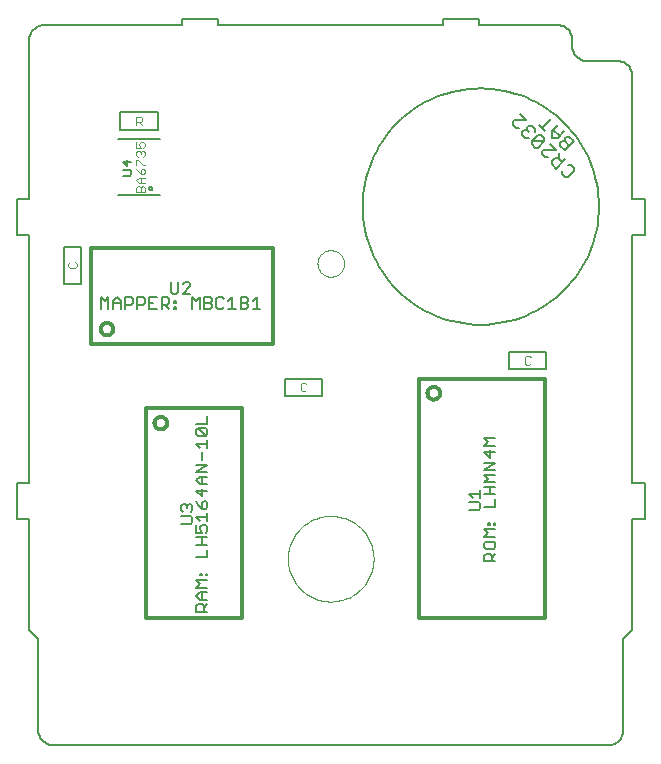
<source format=gto>
G75*
G70*
%OFA0B0*%
%FSLAX24Y24*%
%IPPOS*%
%LPD*%
%AMOC8*
5,1,8,0,0,1.08239X$1,22.5*
%
%ADD10C,0.0070*%
%ADD11C,0.0050*%
%ADD12C,0.0040*%
%ADD13C,0.0000*%
%ADD14C,0.0120*%
%ADD15C,0.0060*%
%ADD16C,0.0080*%
D10*
X017767Y020520D02*
X017869Y020520D01*
X017767Y020520D02*
X017666Y020621D01*
X017666Y020722D01*
X017717Y020773D01*
X018122Y020773D01*
X017919Y020976D01*
X017746Y021048D02*
X017746Y021149D01*
X017645Y021251D01*
X017543Y021251D01*
X017340Y021048D01*
X017746Y021048D01*
X017543Y020845D01*
X017442Y020845D01*
X017340Y020947D01*
X017340Y021048D01*
X017218Y021171D02*
X017116Y021171D01*
X017015Y021272D01*
X017015Y021374D01*
X017066Y021424D01*
X017167Y021424D01*
X017167Y021526D01*
X017218Y021576D01*
X017319Y021576D01*
X017421Y021475D01*
X017421Y021374D01*
X017218Y021374D02*
X017167Y021424D01*
X016892Y021496D02*
X016791Y021496D01*
X016689Y021598D01*
X016689Y021699D01*
X016740Y021750D01*
X017146Y021750D01*
X016943Y021953D01*
X017570Y021604D02*
X017773Y021401D01*
X017672Y021502D02*
X017976Y021806D01*
X018200Y021582D02*
X017997Y021380D01*
X017997Y021177D01*
X018200Y021177D01*
X018403Y021380D01*
X018475Y021206D02*
X018577Y021206D01*
X018729Y021054D01*
X018424Y020750D01*
X018272Y020902D01*
X018272Y021003D01*
X018323Y021054D01*
X018424Y021054D01*
X018577Y020902D01*
X018424Y021054D02*
X018424Y021155D01*
X018475Y021206D01*
X018251Y021227D02*
X018048Y021430D01*
X018245Y020651D02*
X018245Y020448D01*
X018194Y020498D02*
X018346Y020346D01*
X018448Y020448D02*
X018144Y020143D01*
X017991Y020295D01*
X017991Y020397D01*
X018093Y020498D01*
X018194Y020498D01*
X018520Y020274D02*
X018621Y020274D01*
X018723Y020173D01*
X018723Y020071D01*
X018520Y019868D01*
X018418Y019868D01*
X018317Y019970D01*
X018317Y020071D01*
D11*
X000875Y004477D02*
X000875Y001427D01*
X000877Y001383D01*
X000883Y001340D01*
X000892Y001298D01*
X000905Y001256D01*
X000922Y001216D01*
X000942Y001177D01*
X000965Y001140D01*
X000992Y001106D01*
X001021Y001073D01*
X001054Y001044D01*
X001088Y001017D01*
X001125Y000994D01*
X001164Y000974D01*
X001204Y000957D01*
X001246Y000944D01*
X001288Y000935D01*
X001331Y000929D01*
X001375Y000927D01*
X019875Y000927D01*
X019919Y000929D01*
X019962Y000935D01*
X020004Y000944D01*
X020046Y000957D01*
X020086Y000974D01*
X020125Y000994D01*
X020162Y001017D01*
X020196Y001044D01*
X020229Y001073D01*
X020258Y001106D01*
X020285Y001140D01*
X020308Y001177D01*
X020328Y001216D01*
X020345Y001256D01*
X020358Y001298D01*
X020367Y001340D01*
X020373Y001383D01*
X020375Y001427D01*
X020375Y004477D01*
X020675Y004777D01*
X020675Y008477D01*
X021100Y008477D01*
X021100Y009677D01*
X020675Y009677D01*
X020675Y017927D01*
X021100Y017927D01*
X021100Y019127D01*
X020675Y019127D01*
X020675Y023227D01*
X020673Y023271D01*
X020667Y023314D01*
X020658Y023356D01*
X020645Y023398D01*
X020628Y023438D01*
X020608Y023477D01*
X020585Y023514D01*
X020558Y023548D01*
X020529Y023581D01*
X020496Y023610D01*
X020462Y023637D01*
X020425Y023660D01*
X020386Y023680D01*
X020346Y023697D01*
X020304Y023710D01*
X020262Y023719D01*
X020219Y023725D01*
X020175Y023727D01*
X019175Y023727D01*
X019131Y023729D01*
X019088Y023735D01*
X019046Y023744D01*
X019004Y023757D01*
X018964Y023774D01*
X018925Y023794D01*
X018888Y023817D01*
X018854Y023844D01*
X018821Y023873D01*
X018792Y023906D01*
X018765Y023940D01*
X018742Y023977D01*
X018722Y024016D01*
X018705Y024056D01*
X018692Y024098D01*
X018683Y024140D01*
X018677Y024183D01*
X018675Y024227D01*
X018675Y024427D01*
X018673Y024471D01*
X018667Y024514D01*
X018658Y024556D01*
X018645Y024598D01*
X018628Y024638D01*
X018608Y024677D01*
X018585Y024714D01*
X018558Y024748D01*
X018529Y024781D01*
X018496Y024810D01*
X018462Y024837D01*
X018425Y024860D01*
X018386Y024880D01*
X018346Y024897D01*
X018304Y024910D01*
X018262Y024919D01*
X018219Y024925D01*
X018175Y024927D01*
X015575Y024927D01*
X015575Y025127D01*
X014375Y025127D01*
X014375Y024927D01*
X006875Y024927D01*
X006875Y025127D01*
X005675Y025127D01*
X005675Y024927D01*
X001075Y024927D01*
X001031Y024925D01*
X000988Y024919D01*
X000946Y024910D01*
X000904Y024897D01*
X000864Y024880D01*
X000825Y024860D01*
X000788Y024837D01*
X000754Y024810D01*
X000721Y024781D01*
X000692Y024748D01*
X000665Y024714D01*
X000642Y024677D01*
X000622Y024638D01*
X000605Y024598D01*
X000592Y024556D01*
X000583Y024514D01*
X000577Y024471D01*
X000575Y024427D01*
X000575Y019127D01*
X000150Y019127D01*
X000150Y017927D01*
X000575Y017927D01*
X000575Y009677D01*
X000150Y009677D01*
X000150Y008477D01*
X000575Y008477D01*
X000575Y004777D01*
X000875Y004477D01*
X003690Y019909D02*
X003932Y019909D01*
X003980Y019958D01*
X003980Y020054D01*
X003932Y020103D01*
X003690Y020103D01*
X003835Y020222D02*
X003690Y020368D01*
X003980Y020368D01*
X003835Y020416D02*
X003835Y020222D01*
X011688Y018877D02*
X011693Y019070D01*
X011707Y019263D01*
X011731Y019455D01*
X011764Y019645D01*
X011806Y019834D01*
X011858Y020020D01*
X011918Y020203D01*
X011988Y020384D01*
X012066Y020560D01*
X012153Y020733D01*
X012248Y020901D01*
X012352Y021064D01*
X012463Y021222D01*
X012582Y021375D01*
X012708Y021521D01*
X012841Y021661D01*
X012981Y021794D01*
X013127Y021920D01*
X013280Y022039D01*
X013438Y022150D01*
X013601Y022254D01*
X013769Y022349D01*
X013942Y022436D01*
X014118Y022514D01*
X014299Y022584D01*
X014482Y022644D01*
X014668Y022696D01*
X014857Y022738D01*
X015047Y022771D01*
X015239Y022795D01*
X015432Y022809D01*
X015625Y022814D01*
X015818Y022809D01*
X016011Y022795D01*
X016203Y022771D01*
X016393Y022738D01*
X016582Y022696D01*
X016768Y022644D01*
X016951Y022584D01*
X017132Y022514D01*
X017308Y022436D01*
X017481Y022349D01*
X017649Y022254D01*
X017812Y022150D01*
X017970Y022039D01*
X018123Y021920D01*
X018269Y021794D01*
X018409Y021661D01*
X018542Y021521D01*
X018668Y021375D01*
X018787Y021222D01*
X018898Y021064D01*
X019002Y020901D01*
X019097Y020733D01*
X019184Y020560D01*
X019262Y020384D01*
X019332Y020203D01*
X019392Y020020D01*
X019444Y019834D01*
X019486Y019645D01*
X019519Y019455D01*
X019543Y019263D01*
X019557Y019070D01*
X019562Y018877D01*
X019557Y018684D01*
X019543Y018491D01*
X019519Y018299D01*
X019486Y018109D01*
X019444Y017920D01*
X019392Y017734D01*
X019332Y017551D01*
X019262Y017370D01*
X019184Y017194D01*
X019097Y017021D01*
X019002Y016853D01*
X018898Y016690D01*
X018787Y016532D01*
X018668Y016379D01*
X018542Y016233D01*
X018409Y016093D01*
X018269Y015960D01*
X018123Y015834D01*
X017970Y015715D01*
X017812Y015604D01*
X017649Y015500D01*
X017481Y015405D01*
X017308Y015318D01*
X017132Y015240D01*
X016951Y015170D01*
X016768Y015110D01*
X016582Y015058D01*
X016393Y015016D01*
X016203Y014983D01*
X016011Y014959D01*
X015818Y014945D01*
X015625Y014940D01*
X015432Y014945D01*
X015239Y014959D01*
X015047Y014983D01*
X014857Y015016D01*
X014668Y015058D01*
X014482Y015110D01*
X014299Y015170D01*
X014118Y015240D01*
X013942Y015318D01*
X013769Y015405D01*
X013601Y015500D01*
X013438Y015604D01*
X013280Y015715D01*
X013127Y015834D01*
X012981Y015960D01*
X012841Y016093D01*
X012708Y016233D01*
X012582Y016379D01*
X012463Y016532D01*
X012352Y016690D01*
X012248Y016853D01*
X012153Y017021D01*
X012066Y017194D01*
X011988Y017370D01*
X011918Y017551D01*
X011858Y017734D01*
X011806Y017920D01*
X011764Y018109D01*
X011731Y018299D01*
X011707Y018491D01*
X011693Y018684D01*
X011688Y018877D01*
D12*
X009768Y012998D02*
X009674Y012998D01*
X009628Y012951D01*
X009628Y012764D01*
X009674Y012717D01*
X009768Y012717D01*
X009815Y012764D01*
X009815Y012951D02*
X009768Y012998D01*
X004425Y019363D02*
X004425Y019504D01*
X004378Y019550D01*
X004332Y019550D01*
X004285Y019504D01*
X004285Y019363D01*
X004425Y019363D02*
X004145Y019363D01*
X004145Y019504D01*
X004191Y019550D01*
X004238Y019550D01*
X004285Y019504D01*
X004285Y019658D02*
X004285Y019845D01*
X004238Y019845D02*
X004425Y019845D01*
X004378Y019953D02*
X004425Y019999D01*
X004425Y020093D01*
X004378Y020140D01*
X004332Y020140D01*
X004285Y020093D01*
X004285Y019953D01*
X004378Y019953D01*
X004285Y019953D02*
X004191Y020046D01*
X004145Y020140D01*
X004145Y020247D02*
X004145Y020434D01*
X004191Y020434D01*
X004378Y020247D01*
X004425Y020247D01*
X004378Y020542D02*
X004425Y020589D01*
X004425Y020682D01*
X004378Y020729D01*
X004332Y020729D01*
X004285Y020682D01*
X004285Y020635D01*
X004285Y020682D02*
X004238Y020729D01*
X004191Y020729D01*
X004145Y020682D01*
X004145Y020589D01*
X004191Y020542D01*
X004145Y020837D02*
X004285Y020837D01*
X004238Y020930D01*
X004238Y020977D01*
X004285Y021024D01*
X004378Y021024D01*
X004425Y020977D01*
X004425Y020883D01*
X004378Y020837D01*
X004145Y020837D02*
X004145Y021024D01*
X004148Y021587D02*
X004148Y021868D01*
X004288Y021868D01*
X004335Y021821D01*
X004335Y021728D01*
X004288Y021681D01*
X004148Y021681D01*
X004241Y021681D02*
X004335Y021587D01*
X004238Y019845D02*
X004145Y019752D01*
X004238Y019658D01*
X004425Y019658D01*
X002108Y017022D02*
X002155Y016975D01*
X002155Y016882D01*
X002108Y016835D01*
X001921Y016835D01*
X001875Y016882D01*
X001875Y016975D01*
X001921Y017022D01*
X017103Y013846D02*
X017103Y013659D01*
X017149Y013612D01*
X017243Y013612D01*
X017290Y013659D01*
X017290Y013846D02*
X017243Y013893D01*
X017149Y013893D01*
X017103Y013846D01*
D13*
X010182Y016979D02*
X010184Y017020D01*
X010190Y017062D01*
X010199Y017102D01*
X010213Y017141D01*
X010230Y017179D01*
X010250Y017215D01*
X010274Y017249D01*
X010301Y017281D01*
X010331Y017310D01*
X010363Y017336D01*
X010398Y017359D01*
X010434Y017379D01*
X010472Y017395D01*
X010512Y017407D01*
X010553Y017416D01*
X010594Y017421D01*
X010635Y017422D01*
X010677Y017419D01*
X010718Y017412D01*
X010758Y017402D01*
X010797Y017387D01*
X010834Y017369D01*
X010870Y017348D01*
X010904Y017323D01*
X010935Y017296D01*
X010963Y017266D01*
X010988Y017233D01*
X011010Y017197D01*
X011029Y017160D01*
X011044Y017122D01*
X011056Y017082D01*
X011064Y017041D01*
X011068Y017000D01*
X011068Y016958D01*
X011064Y016917D01*
X011056Y016876D01*
X011044Y016836D01*
X011029Y016798D01*
X011010Y016761D01*
X010988Y016725D01*
X010963Y016692D01*
X010935Y016662D01*
X010904Y016635D01*
X010870Y016610D01*
X010834Y016589D01*
X010797Y016571D01*
X010758Y016556D01*
X010718Y016546D01*
X010677Y016539D01*
X010635Y016536D01*
X010594Y016537D01*
X010553Y016542D01*
X010512Y016551D01*
X010472Y016563D01*
X010434Y016579D01*
X010398Y016599D01*
X010363Y016622D01*
X010331Y016648D01*
X010301Y016677D01*
X010274Y016709D01*
X010250Y016743D01*
X010230Y016779D01*
X010213Y016817D01*
X010199Y016856D01*
X010190Y016896D01*
X010184Y016938D01*
X010182Y016979D01*
X009198Y007138D02*
X009200Y007213D01*
X009206Y007288D01*
X009216Y007363D01*
X009230Y007437D01*
X009247Y007510D01*
X009269Y007583D01*
X009294Y007653D01*
X009323Y007723D01*
X009356Y007791D01*
X009392Y007857D01*
X009432Y007921D01*
X009475Y007983D01*
X009521Y008042D01*
X009570Y008099D01*
X009623Y008154D01*
X009678Y008205D01*
X009735Y008254D01*
X009795Y008299D01*
X009858Y008341D01*
X009922Y008380D01*
X009989Y008415D01*
X010057Y008447D01*
X010127Y008475D01*
X010198Y008500D01*
X010271Y008520D01*
X010344Y008537D01*
X010419Y008550D01*
X010493Y008559D01*
X010569Y008564D01*
X010644Y008565D01*
X010719Y008562D01*
X010794Y008555D01*
X010869Y008544D01*
X010943Y008529D01*
X011016Y008511D01*
X011087Y008488D01*
X011158Y008462D01*
X011227Y008432D01*
X011295Y008398D01*
X011360Y008361D01*
X011424Y008321D01*
X011485Y008277D01*
X011544Y008230D01*
X011600Y008180D01*
X011654Y008127D01*
X011705Y008071D01*
X011752Y008013D01*
X011797Y007952D01*
X011838Y007889D01*
X011876Y007824D01*
X011911Y007757D01*
X011942Y007688D01*
X011969Y007618D01*
X011992Y007547D01*
X012012Y007474D01*
X012028Y007400D01*
X012040Y007326D01*
X012048Y007251D01*
X012052Y007176D01*
X012052Y007100D01*
X012048Y007025D01*
X012040Y006950D01*
X012028Y006876D01*
X012012Y006802D01*
X011992Y006729D01*
X011969Y006658D01*
X011942Y006588D01*
X011911Y006519D01*
X011876Y006452D01*
X011838Y006387D01*
X011797Y006324D01*
X011752Y006263D01*
X011705Y006205D01*
X011654Y006149D01*
X011600Y006096D01*
X011544Y006046D01*
X011485Y005999D01*
X011424Y005955D01*
X011360Y005915D01*
X011295Y005878D01*
X011227Y005844D01*
X011158Y005814D01*
X011087Y005788D01*
X011016Y005765D01*
X010943Y005747D01*
X010869Y005732D01*
X010794Y005721D01*
X010719Y005714D01*
X010644Y005711D01*
X010569Y005712D01*
X010493Y005717D01*
X010419Y005726D01*
X010344Y005739D01*
X010271Y005756D01*
X010198Y005776D01*
X010127Y005801D01*
X010057Y005829D01*
X009989Y005861D01*
X009922Y005896D01*
X009858Y005935D01*
X009795Y005977D01*
X009735Y006022D01*
X009678Y006071D01*
X009623Y006122D01*
X009570Y006177D01*
X009521Y006234D01*
X009475Y006293D01*
X009432Y006355D01*
X009392Y006419D01*
X009356Y006485D01*
X009323Y006553D01*
X009294Y006623D01*
X009269Y006693D01*
X009247Y006766D01*
X009230Y006839D01*
X009216Y006913D01*
X009206Y006988D01*
X009200Y007063D01*
X009198Y007138D01*
D14*
X007680Y005177D02*
X007680Y012177D01*
X004470Y012177D01*
X004470Y005177D01*
X007680Y005177D01*
X004748Y011659D02*
X004750Y011688D01*
X004756Y011716D01*
X004765Y011743D01*
X004779Y011768D01*
X004795Y011792D01*
X004815Y011812D01*
X004837Y011831D01*
X004861Y011845D01*
X004888Y011857D01*
X004915Y011865D01*
X004944Y011869D01*
X004972Y011869D01*
X005001Y011865D01*
X005028Y011857D01*
X005055Y011845D01*
X005079Y011831D01*
X005101Y011812D01*
X005121Y011792D01*
X005137Y011768D01*
X005151Y011743D01*
X005160Y011716D01*
X005166Y011688D01*
X005168Y011659D01*
X005166Y011630D01*
X005160Y011602D01*
X005151Y011575D01*
X005137Y011550D01*
X005121Y011526D01*
X005101Y011506D01*
X005079Y011487D01*
X005055Y011473D01*
X005028Y011461D01*
X005001Y011453D01*
X004972Y011449D01*
X004944Y011449D01*
X004915Y011453D01*
X004888Y011461D01*
X004861Y011473D01*
X004837Y011487D01*
X004815Y011506D01*
X004795Y011526D01*
X004779Y011550D01*
X004765Y011575D01*
X004756Y011602D01*
X004750Y011630D01*
X004748Y011659D01*
X002645Y014302D02*
X002645Y017512D01*
X008685Y017512D01*
X008685Y014302D01*
X002645Y014302D01*
X002953Y014791D02*
X002955Y014820D01*
X002961Y014848D01*
X002970Y014875D01*
X002984Y014900D01*
X003000Y014924D01*
X003020Y014944D01*
X003042Y014963D01*
X003066Y014977D01*
X003093Y014989D01*
X003120Y014997D01*
X003149Y015001D01*
X003177Y015001D01*
X003206Y014997D01*
X003233Y014989D01*
X003260Y014977D01*
X003284Y014963D01*
X003306Y014944D01*
X003326Y014924D01*
X003342Y014900D01*
X003356Y014875D01*
X003365Y014848D01*
X003371Y014820D01*
X003373Y014791D01*
X003371Y014762D01*
X003365Y014734D01*
X003356Y014707D01*
X003342Y014682D01*
X003326Y014658D01*
X003306Y014638D01*
X003284Y014619D01*
X003260Y014605D01*
X003233Y014593D01*
X003206Y014585D01*
X003177Y014581D01*
X003149Y014581D01*
X003120Y014585D01*
X003093Y014593D01*
X003066Y014605D01*
X003042Y014619D01*
X003020Y014638D01*
X003000Y014658D01*
X002984Y014682D01*
X002970Y014707D01*
X002961Y014734D01*
X002955Y014762D01*
X002953Y014791D01*
X013570Y013122D02*
X013570Y005172D01*
X017780Y005172D01*
X017780Y013122D01*
X013570Y013122D01*
X013848Y012654D02*
X013850Y012683D01*
X013856Y012711D01*
X013865Y012738D01*
X013879Y012763D01*
X013895Y012787D01*
X013915Y012807D01*
X013937Y012826D01*
X013961Y012840D01*
X013988Y012852D01*
X014015Y012860D01*
X014044Y012864D01*
X014072Y012864D01*
X014101Y012860D01*
X014128Y012852D01*
X014155Y012840D01*
X014179Y012826D01*
X014201Y012807D01*
X014221Y012787D01*
X014237Y012763D01*
X014251Y012738D01*
X014260Y012711D01*
X014266Y012683D01*
X014268Y012654D01*
X014266Y012625D01*
X014260Y012597D01*
X014251Y012570D01*
X014237Y012545D01*
X014221Y012521D01*
X014201Y012501D01*
X014179Y012482D01*
X014155Y012468D01*
X014128Y012456D01*
X014101Y012448D01*
X014072Y012444D01*
X014044Y012444D01*
X014015Y012448D01*
X013988Y012456D01*
X013961Y012468D01*
X013937Y012482D01*
X013915Y012501D01*
X013895Y012521D01*
X013879Y012545D01*
X013865Y012570D01*
X013856Y012597D01*
X013850Y012625D01*
X013848Y012654D01*
D15*
X015735Y011153D02*
X016115Y011153D01*
X016115Y010899D02*
X015735Y010899D01*
X015861Y011026D01*
X015735Y011153D01*
X015925Y010748D02*
X015925Y010494D01*
X015735Y010684D01*
X016115Y010684D01*
X016115Y010343D02*
X015735Y010343D01*
X015735Y010089D02*
X016115Y010343D01*
X016115Y010089D02*
X015735Y010089D01*
X015735Y009937D02*
X016115Y009937D01*
X016115Y009684D02*
X015735Y009684D01*
X015861Y009811D01*
X015735Y009937D01*
X015735Y009532D02*
X016115Y009532D01*
X015925Y009532D02*
X015925Y009279D01*
X016115Y009279D02*
X015735Y009279D01*
X015615Y009304D02*
X015235Y009304D01*
X015361Y009177D01*
X015235Y009026D02*
X015552Y009026D01*
X015615Y008962D01*
X015615Y008836D01*
X015552Y008772D01*
X015235Y008772D01*
X015615Y009177D02*
X015615Y009431D01*
X016115Y009127D02*
X016115Y008874D01*
X015735Y008874D01*
X015861Y008329D02*
X015925Y008329D01*
X015925Y008266D01*
X015861Y008266D01*
X015861Y008329D01*
X016052Y008329D02*
X016115Y008329D01*
X016115Y008266D01*
X016052Y008266D01*
X016052Y008329D01*
X016115Y008114D02*
X015735Y008114D01*
X015861Y007987D01*
X015735Y007861D01*
X016115Y007861D01*
X016052Y007709D02*
X015798Y007709D01*
X015735Y007646D01*
X015735Y007519D01*
X015798Y007456D01*
X016052Y007456D01*
X016115Y007519D01*
X016115Y007646D01*
X016052Y007709D01*
X016115Y007304D02*
X015988Y007177D01*
X015988Y007241D02*
X015988Y007050D01*
X016115Y007050D02*
X015735Y007050D01*
X015735Y007241D01*
X015798Y007304D01*
X015925Y007304D01*
X015988Y007241D01*
X016570Y013466D02*
X016570Y014039D01*
X017811Y014039D01*
X017811Y013466D01*
X016570Y013466D01*
X010336Y013144D02*
X010336Y012571D01*
X009095Y012571D01*
X009095Y013144D01*
X010336Y013144D01*
X008278Y015467D02*
X008025Y015467D01*
X008151Y015467D02*
X008151Y015848D01*
X008025Y015721D01*
X007873Y015721D02*
X007873Y015784D01*
X007810Y015848D01*
X007619Y015848D01*
X007619Y015467D01*
X007810Y015467D01*
X007873Y015531D01*
X007873Y015594D01*
X007810Y015658D01*
X007619Y015658D01*
X007810Y015658D02*
X007873Y015721D01*
X007468Y015467D02*
X007214Y015467D01*
X007341Y015467D02*
X007341Y015848D01*
X007214Y015721D01*
X007063Y015784D02*
X006999Y015848D01*
X006873Y015848D01*
X006809Y015784D01*
X006809Y015531D01*
X006873Y015467D01*
X006999Y015467D01*
X007063Y015531D01*
X006658Y015531D02*
X006594Y015467D01*
X006404Y015467D01*
X006404Y015848D01*
X006594Y015848D01*
X006658Y015784D01*
X006658Y015721D01*
X006594Y015658D01*
X006404Y015658D01*
X006594Y015658D02*
X006658Y015594D01*
X006658Y015531D01*
X006252Y015467D02*
X006252Y015848D01*
X006126Y015721D01*
X005999Y015848D01*
X005999Y015467D01*
X005949Y015967D02*
X005695Y015967D01*
X005949Y016221D01*
X005949Y016284D01*
X005885Y016348D01*
X005758Y016348D01*
X005695Y016284D01*
X005543Y016348D02*
X005543Y016031D01*
X005480Y015967D01*
X005353Y015967D01*
X005290Y016031D01*
X005290Y016348D01*
X005176Y015848D02*
X004986Y015848D01*
X004986Y015467D01*
X004986Y015594D02*
X005176Y015594D01*
X005240Y015658D01*
X005240Y015784D01*
X005176Y015848D01*
X005391Y015721D02*
X005391Y015658D01*
X005455Y015658D01*
X005455Y015721D01*
X005391Y015721D01*
X005391Y015531D02*
X005391Y015467D01*
X005455Y015467D01*
X005455Y015531D01*
X005391Y015531D01*
X005240Y015467D02*
X005113Y015594D01*
X004834Y015467D02*
X004581Y015467D01*
X004581Y015848D01*
X004834Y015848D01*
X004708Y015658D02*
X004581Y015658D01*
X004429Y015658D02*
X004366Y015594D01*
X004176Y015594D01*
X004176Y015467D02*
X004176Y015848D01*
X004366Y015848D01*
X004429Y015784D01*
X004429Y015658D01*
X004024Y015658D02*
X003961Y015594D01*
X003771Y015594D01*
X003771Y015467D02*
X003771Y015848D01*
X003961Y015848D01*
X004024Y015784D01*
X004024Y015658D01*
X003619Y015658D02*
X003365Y015658D01*
X003365Y015721D02*
X003492Y015848D01*
X003619Y015721D01*
X003619Y015467D01*
X003365Y015467D02*
X003365Y015721D01*
X003214Y015848D02*
X003214Y015467D01*
X002960Y015467D02*
X002960Y015848D01*
X003087Y015721D01*
X003214Y015848D01*
X002302Y016301D02*
X002302Y017542D01*
X001729Y017542D01*
X001729Y016301D01*
X002302Y016301D01*
X003525Y019267D02*
X004945Y019267D01*
X004945Y021127D02*
X003525Y021127D01*
X003613Y021440D02*
X003613Y022015D01*
X004856Y022015D01*
X004856Y021440D01*
X003613Y021440D01*
X006515Y011898D02*
X006515Y011645D01*
X006135Y011645D01*
X006198Y011493D02*
X006135Y011430D01*
X006135Y011303D01*
X006198Y011240D01*
X006452Y011240D01*
X006198Y011493D01*
X006452Y011493D01*
X006515Y011430D01*
X006515Y011303D01*
X006452Y011240D01*
X006515Y011088D02*
X006515Y010834D01*
X006515Y010961D02*
X006135Y010961D01*
X006261Y010834D01*
X006325Y010683D02*
X006325Y010429D01*
X006515Y010278D02*
X006135Y010278D01*
X006135Y010024D02*
X006515Y010278D01*
X006515Y010024D02*
X006135Y010024D01*
X006261Y009873D02*
X006135Y009746D01*
X006261Y009619D01*
X006515Y009619D01*
X006325Y009619D02*
X006325Y009873D01*
X006261Y009873D02*
X006515Y009873D01*
X006325Y009467D02*
X006325Y009214D01*
X006135Y009404D01*
X006515Y009404D01*
X006452Y009062D02*
X006388Y009062D01*
X006325Y008999D01*
X006325Y008809D01*
X006452Y008809D01*
X006515Y008872D01*
X006515Y008999D01*
X006452Y009062D01*
X006198Y008935D02*
X006325Y008809D01*
X006198Y008935D02*
X006135Y009062D01*
X006015Y008898D02*
X006015Y008771D01*
X005952Y008707D01*
X005952Y008556D02*
X005635Y008556D01*
X005698Y008707D02*
X005635Y008771D01*
X005635Y008898D01*
X005698Y008961D01*
X005761Y008961D01*
X005825Y008898D01*
X005888Y008961D01*
X005952Y008961D01*
X006015Y008898D01*
X005825Y008898D02*
X005825Y008834D01*
X005952Y008556D02*
X006015Y008492D01*
X006015Y008366D01*
X005952Y008302D01*
X005635Y008302D01*
X006135Y008252D02*
X006135Y007998D01*
X006325Y007998D01*
X006261Y008125D01*
X006261Y008189D01*
X006325Y008252D01*
X006452Y008252D01*
X006515Y008189D01*
X006515Y008062D01*
X006452Y007998D01*
X006515Y007847D02*
X006135Y007847D01*
X006325Y007847D02*
X006325Y007593D01*
X006515Y007593D02*
X006135Y007593D01*
X006135Y007188D02*
X006515Y007188D01*
X006515Y007442D01*
X006515Y006644D02*
X006515Y006580D01*
X006452Y006580D01*
X006452Y006644D01*
X006515Y006644D01*
X006325Y006644D02*
X006325Y006580D01*
X006261Y006580D01*
X006261Y006644D01*
X006325Y006644D01*
X006135Y006429D02*
X006515Y006429D01*
X006515Y006175D02*
X006135Y006175D01*
X006261Y006302D01*
X006135Y006429D01*
X006261Y006024D02*
X006135Y005897D01*
X006261Y005770D01*
X006515Y005770D01*
X006515Y005618D02*
X006388Y005492D01*
X006388Y005555D02*
X006388Y005365D01*
X006515Y005365D02*
X006135Y005365D01*
X006135Y005555D01*
X006198Y005618D01*
X006325Y005618D01*
X006388Y005555D01*
X006325Y005770D02*
X006325Y006024D01*
X006261Y006024D02*
X006515Y006024D01*
X006515Y008404D02*
X006515Y008657D01*
X006515Y008530D02*
X006135Y008530D01*
X006261Y008404D01*
D16*
X004568Y019487D02*
X004570Y019502D01*
X004576Y019515D01*
X004585Y019527D01*
X004596Y019536D01*
X004610Y019542D01*
X004625Y019544D01*
X004640Y019542D01*
X004653Y019536D01*
X004665Y019527D01*
X004674Y019516D01*
X004680Y019502D01*
X004682Y019487D01*
X004680Y019472D01*
X004674Y019459D01*
X004665Y019447D01*
X004654Y019438D01*
X004640Y019432D01*
X004625Y019430D01*
X004610Y019432D01*
X004597Y019438D01*
X004585Y019447D01*
X004576Y019458D01*
X004570Y019472D01*
X004568Y019487D01*
M02*

</source>
